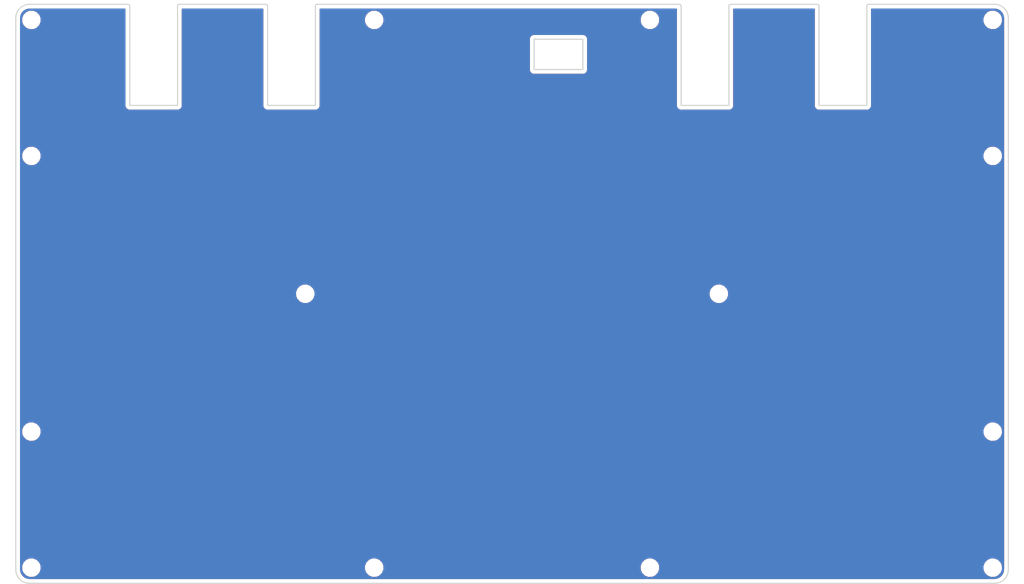
<source format=kicad_pcb>
(kicad_pcb (version 20171130) (host pcbnew 5.0.1-33cea8e~68~ubuntu18.04.1)

  (general
    (thickness 1.6)
    (drawings 36)
    (tracks 0)
    (zones 0)
    (modules 14)
    (nets 1)
  )

  (page A4)
  (layers
    (0 F.Cu signal)
    (31 B.Cu signal)
    (32 B.Adhes user)
    (33 F.Adhes user)
    (34 B.Paste user)
    (35 F.Paste user)
    (36 B.SilkS user)
    (37 F.SilkS user)
    (38 B.Mask user)
    (39 F.Mask user)
    (40 Dwgs.User user)
    (41 Cmts.User user)
    (42 Eco1.User user)
    (43 Eco2.User user)
    (44 Edge.Cuts user)
    (45 Margin user)
    (46 B.CrtYd user)
    (47 F.CrtYd user)
    (48 B.Fab user)
    (49 F.Fab user)
  )

  (setup
    (last_trace_width 0.25)
    (trace_clearance 0.2)
    (zone_clearance 0.508)
    (zone_45_only no)
    (trace_min 0.2)
    (segment_width 0.2)
    (edge_width 0.15)
    (via_size 0.8)
    (via_drill 0.4)
    (via_min_size 0.4)
    (via_min_drill 0.3)
    (uvia_size 0.3)
    (uvia_drill 0.1)
    (uvias_allowed no)
    (uvia_min_size 0.2)
    (uvia_min_drill 0.1)
    (pcb_text_width 0.3)
    (pcb_text_size 1.5 1.5)
    (mod_edge_width 0.15)
    (mod_text_size 1 1)
    (mod_text_width 0.15)
    (pad_size 1.9 1.9)
    (pad_drill 1.524)
    (pad_to_mask_clearance 0.051)
    (solder_mask_min_width 0.25)
    (aux_axis_origin 54.61 34.29)
    (visible_elements FFFFFF7F)
    (pcbplotparams
      (layerselection 0x010fc_ffffffff)
      (usegerberextensions false)
      (usegerberattributes false)
      (usegerberadvancedattributes false)
      (creategerberjobfile false)
      (excludeedgelayer true)
      (linewidth 0.100000)
      (plotframeref false)
      (viasonmask false)
      (mode 1)
      (useauxorigin false)
      (hpglpennumber 1)
      (hpglpenspeed 20)
      (hpglpendiameter 15.000000)
      (psnegative false)
      (psa4output false)
      (plotreference true)
      (plotvalue true)
      (plotinvisibletext false)
      (padsonsilk false)
      (subtractmaskfromsilk false)
      (outputformat 1)
      (mirror false)
      (drillshape 1)
      (scaleselection 1)
      (outputdirectory ""))
  )

  (net 0 "")

  (net_class Default "This is the default net class."
    (clearance 0.2)
    (trace_width 0.25)
    (via_dia 0.8)
    (via_drill 0.4)
    (uvia_dia 0.3)
    (uvia_drill 0.1)
  )

  (module library:Screw_Hole (layer F.Cu) (tedit 5BCC9C99) (tstamp 5BD90479)
    (at 56.769 55.245)
    (fp_text reference "" (at 0 1.905) (layer F.SilkS)
      (effects (font (size 1 1) (thickness 0.15)))
    )
    (fp_text value Screw_Hole (at 0 -1.905) (layer F.Fab)
      (effects (font (size 1 1) (thickness 0.15)))
    )
    (pad "" np_thru_hole circle (at 0 0) (size 1.524 1.524) (drill 1.524) (layers *.Cu *.Mask))
  )

  (module library:Screw_Hole (layer F.Cu) (tedit 5BCC9C7A) (tstamp 5BD90479)
    (at 56.769 93.345)
    (fp_text reference "" (at 0 1.905) (layer F.SilkS)
      (effects (font (size 1 1) (thickness 0.15)))
    )
    (fp_text value Screw_Hole (at 0 -1.905) (layer F.Fab)
      (effects (font (size 1 1) (thickness 0.15)))
    )
    (pad "" np_thru_hole circle (at 0 0) (size 1.524 1.524) (drill 1.524) (layers *.Cu *.Mask))
  )

  (module library:Screw_Hole (layer F.Cu) (tedit 5BCC9C45) (tstamp 5BD90479)
    (at 189.611 93.345)
    (fp_text reference "" (at 0 1.905) (layer F.SilkS)
      (effects (font (size 1 1) (thickness 0.15)))
    )
    (fp_text value Screw_Hole (at 0 -1.905) (layer F.Fab)
      (effects (font (size 1 1) (thickness 0.15)))
    )
    (pad "" np_thru_hole circle (at 0 0) (size 1.524 1.524) (drill 1.524) (layers *.Cu *.Mask))
  )

  (module library:Screw_Hole (layer F.Cu) (tedit 5BCC9C17) (tstamp 5BD90479)
    (at 189.611 55.245)
    (fp_text reference "" (at 0 1.905) (layer F.SilkS)
      (effects (font (size 1 1) (thickness 0.15)))
    )
    (fp_text value Screw_Hole (at 0 -1.905) (layer F.Fab)
      (effects (font (size 1 1) (thickness 0.15)))
    )
    (pad "" np_thru_hole circle (at 0 0) (size 1.524 1.524) (drill 1.524) (layers *.Cu *.Mask))
  )

  (module library:Screw_Hole (layer F.Cu) (tedit 5BCC8FD3) (tstamp 5BD90479)
    (at 142.24 36.449)
    (fp_text reference "" (at 0 1.905) (layer F.SilkS)
      (effects (font (size 1 1) (thickness 0.15)))
    )
    (fp_text value Screw_Hole (at 0 -1.905) (layer F.Fab)
      (effects (font (size 1 1) (thickness 0.15)))
    )
    (pad "" np_thru_hole circle (at 0 0) (size 1.524 1.524) (drill 1.524) (layers *.Cu *.Mask))
  )

  (module library:Screw_Hole (layer F.Cu) (tedit 5BCC8F73) (tstamp 5BD90604)
    (at 104.14 36.449)
    (fp_text reference "" (at 0 1.905) (layer F.SilkS)
      (effects (font (size 1 1) (thickness 0.15)))
    )
    (fp_text value Screw_Hole (at 0 -1.905) (layer F.Fab)
      (effects (font (size 1 1) (thickness 0.15)))
    )
    (pad "" np_thru_hole circle (at 0 0) (size 1.524 1.524) (drill 1.524) (layers *.Cu *.Mask))
  )

  (module library:Screw_Hole (layer F.Cu) (tedit 5BCC8E8B) (tstamp 5BD0C073)
    (at 56.769 36.449)
    (fp_text reference "" (at 0 1.905) (layer F.SilkS)
      (effects (font (size 1 1) (thickness 0.15)))
    )
    (fp_text value Screw_Hole (at 0 -1.905) (layer F.Fab)
      (effects (font (size 1 1) (thickness 0.15)))
    )
    (pad "" np_thru_hole circle (at 0 0) (size 1.524 1.524) (drill 1.524) (layers *.Cu *.Mask))
  )

  (module library:Screw_Hole (layer F.Cu) (tedit 5BCC8E66) (tstamp 5BD0C0C9)
    (at 56.769 112.141)
    (fp_text reference "" (at 0 1.905) (layer F.SilkS)
      (effects (font (size 1 1) (thickness 0.15)))
    )
    (fp_text value Screw_Hole (at 0 -1.905) (layer F.Fab)
      (effects (font (size 1 1) (thickness 0.15)))
    )
    (pad "" np_thru_hole circle (at 0 0) (size 1.524 1.524) (drill 1.524) (layers *.Cu *.Mask))
  )

  (module library:Screw_Hole (layer F.Cu) (tedit 5BCC8DD2) (tstamp 5BD90479)
    (at 104.14 112.141)
    (fp_text reference "" (at 0 1.905) (layer F.SilkS)
      (effects (font (size 1 1) (thickness 0.15)))
    )
    (fp_text value Screw_Hole (at 0 -1.905) (layer F.Fab)
      (effects (font (size 1 1) (thickness 0.15)))
    )
    (pad "" np_thru_hole circle (at 0 0) (size 1.524 1.524) (drill 1.524) (layers *.Cu *.Mask))
  )

  (module library:Screw_Hole (layer F.Cu) (tedit 5BCC8D82) (tstamp 5BD0C167)
    (at 142.24 112.141)
    (fp_text reference "" (at 0 1.905) (layer F.SilkS)
      (effects (font (size 1 1) (thickness 0.15)))
    )
    (fp_text value Screw_Hole (at 0 -1.905) (layer F.Fab)
      (effects (font (size 1 1) (thickness 0.15)))
    )
    (pad "" np_thru_hole circle (at 0 0) (size 1.524 1.524) (drill 1.524) (layers *.Cu *.Mask))
  )

  (module library:Screw_Hole (layer F.Cu) (tedit 5BCC8886) (tstamp 5BD90479)
    (at 189.611 112.141)
    (fp_text reference "" (at 0 1.905) (layer F.SilkS)
      (effects (font (size 1 1) (thickness 0.15)))
    )
    (fp_text value Screw_Hole (at 0 -1.905) (layer F.Fab)
      (effects (font (size 1 1) (thickness 0.15)))
    )
    (pad "" np_thru_hole circle (at 0 0) (size 1.524 1.524) (drill 1.524) (layers *.Cu *.Mask))
  )

  (module library:Screw_Hole (layer F.Cu) (tedit 5BCC8890) (tstamp 5BD90479)
    (at 189.611 36.449)
    (fp_text reference "" (at 0 1.905) (layer F.SilkS)
      (effects (font (size 1 1) (thickness 0.15)))
    )
    (fp_text value Screw_Hole (at 0 -1.905) (layer F.Fab)
      (effects (font (size 1 1) (thickness 0.15)))
    )
    (pad "" np_thru_hole circle (at 0 0) (size 1.524 1.524) (drill 1.524) (layers *.Cu *.Mask))
  )

  (module library:Screw_Hole (layer F.Cu) (tedit 5BCC8836) (tstamp 5BD90479)
    (at 94.615 74.295)
    (fp_text reference "" (at 0 1.905) (layer F.SilkS)
      (effects (font (size 1 1) (thickness 0.15)))
    )
    (fp_text value Screw_Hole (at 0 -1.905) (layer F.Fab)
      (effects (font (size 1 1) (thickness 0.15)))
    )
    (pad "" np_thru_hole circle (at 0 0) (size 1.524 1.524) (drill 1.524) (layers *.Cu *.Mask))
  )

  (module library:Screw_Hole (layer F.Cu) (tedit 5BCC8847) (tstamp 5BD9046F)
    (at 151.765 74.295)
    (fp_text reference "" (at 0 1.905) (layer F.SilkS)
      (effects (font (size 1 1) (thickness 0.15)))
    )
    (fp_text value Screw_Hole (at 0 -1.905) (layer F.Fab)
      (effects (font (size 1 1) (thickness 0.15)))
    )
    (pad "" np_thru_hole circle (at 0 0) (size 1.524 1.524) (drill 1.524) (layers *.Cu *.Mask))
  )

  (gr_line (start 126.238 43.307) (end 126.238 39.116) (layer Edge.Cuts) (width 0.15))
  (gr_line (start 132.969 43.307) (end 126.238 43.307) (layer Edge.Cuts) (width 0.15))
  (gr_line (start 132.969 39.116) (end 132.969 43.307) (layer Edge.Cuts) (width 0.15))
  (gr_line (start 126.238 39.116) (end 132.969 39.116) (layer Edge.Cuts) (width 0.15))
  (gr_arc (start 146.304 34.544) (end 146.558 34.544) (angle -90) (layer Edge.Cuts) (width 0.15))
  (gr_arc (start 153.416 34.544) (end 153.416 34.29) (angle -90) (layer Edge.Cuts) (width 0.15))
  (gr_line (start 146.558 48.26) (end 153.162 48.26) (layer Edge.Cuts) (width 0.15) (tstamp 5BD3443B))
  (gr_line (start 153.162 34.544) (end 153.162 48.26) (layer Edge.Cuts) (width 0.15))
  (gr_line (start 146.558 34.544) (end 146.558 48.26) (layer Edge.Cuts) (width 0.15) (tstamp 5BD3422D))
  (gr_line (start 153.416 34.29) (end 165.354 34.29) (layer Edge.Cuts) (width 0.15) (tstamp 5BD3420C))
  (gr_arc (start 165.354 34.544) (end 165.608 34.544) (angle -90) (layer Edge.Cuts) (width 0.15))
  (gr_arc (start 172.466 34.544) (end 172.466 34.29) (angle -90) (layer Edge.Cuts) (width 0.15))
  (gr_line (start 165.608 48.26) (end 172.212 48.26) (layer Edge.Cuts) (width 0.15) (tstamp 5BD3418E))
  (gr_line (start 172.212 34.544) (end 172.212 48.26) (layer Edge.Cuts) (width 0.15) (tstamp 5BD34170))
  (gr_line (start 165.608 34.544) (end 165.608 48.26) (layer Edge.Cuts) (width 0.15) (tstamp 5BD3413A))
  (gr_line (start 172.466 34.29) (end 189.865 34.29) (layer Edge.Cuts) (width 0.15) (tstamp 5BD34130))
  (gr_arc (start 89.154 34.544) (end 89.408 34.544) (angle -90) (layer Edge.Cuts) (width 0.15))
  (gr_arc (start 96.266 34.544) (end 96.266 34.29) (angle -90) (layer Edge.Cuts) (width 0.15))
  (gr_line (start 96.012 48.26) (end 89.408 48.26) (layer Edge.Cuts) (width 0.15))
  (gr_line (start 96.012 34.544) (end 96.012 48.26) (layer Edge.Cuts) (width 0.15))
  (gr_line (start 96.266 34.29) (end 146.304 34.29) (layer Edge.Cuts) (width 0.15) (tstamp 5BD33FDF))
  (gr_line (start 89.408 34.544) (end 89.408 48.26) (layer Edge.Cuts) (width 0.15) (tstamp 5BD33FD4))
  (gr_arc (start 77.216 34.544) (end 77.216 34.29) (angle -90) (layer Edge.Cuts) (width 0.15))
  (gr_arc (start 70.104 34.544) (end 70.358 34.544) (angle -90) (layer Edge.Cuts) (width 0.15))
  (gr_line (start 70.358 34.544) (end 70.358 48.26) (layer Edge.Cuts) (width 0.15) (tstamp 5BD33AB1))
  (gr_line (start 76.962 34.544) (end 76.962 48.26) (layer Edge.Cuts) (width 0.15) (tstamp 5BD33B2A))
  (gr_line (start 70.358 48.26) (end 76.962 48.26) (layer Edge.Cuts) (width 0.15) (tstamp 5BD33B27))
  (gr_line (start 77.216 34.29) (end 89.154 34.29) (layer Edge.Cuts) (width 0.15) (tstamp 5BD33B23))
  (gr_arc (start 56.515 112.395) (end 54.61 112.395) (angle -90) (layer Edge.Cuts) (width 0.15))
  (gr_arc (start 189.865 112.395) (end 189.865 114.3) (angle -90) (layer Edge.Cuts) (width 0.15))
  (gr_arc (start 189.865 36.195) (end 191.77 36.195) (angle -90) (layer Edge.Cuts) (width 0.15))
  (gr_arc (start 56.515 36.195) (end 56.515 34.29) (angle -90) (layer Edge.Cuts) (width 0.15))
  (gr_line (start 189.865 114.3) (end 56.515 114.3) (layer Edge.Cuts) (width 0.15))
  (gr_line (start 54.61 36.195) (end 54.61 112.395) (layer Edge.Cuts) (width 0.15))
  (gr_line (start 191.77 36.195) (end 191.77 112.395) (layer Edge.Cuts) (width 0.15))
  (gr_line (start 56.515 34.29) (end 70.104 34.29) (layer Edge.Cuts) (width 0.15))

  (zone (net 0) (net_name "") (layer B.Cu) (tstamp 0) (hatch edge 0.508)
    (connect_pads (clearance 0.508))
    (min_thickness 0.254)
    (fill yes (arc_segments 16) (thermal_gap 0.508) (thermal_bridge_width 0.508))
    (polygon
      (pts
        (xy 70.358 34.29) (xy 70.358 48.26) (xy 76.962 48.26) (xy 76.962 34.29) (xy 89.408 34.29)
        (xy 89.408 48.26) (xy 96.012 48.26) (xy 96.012 34.29) (xy 146.558 34.29) (xy 146.558 48.26)
        (xy 153.162 48.26) (xy 153.162 34.29) (xy 165.608 34.29) (xy 165.608 48.26) (xy 172.212 48.26)
        (xy 172.212 34.29) (xy 191.135 34.29) (xy 191.77 34.925) (xy 191.77 113.665) (xy 191.135 114.3)
        (xy 55.245 114.3) (xy 54.61 113.665) (xy 54.61 34.925) (xy 55.245 34.29)
      )
    )
    (filled_polygon
      (pts
        (xy 69.648001 48.190069) (xy 69.634091 48.26) (xy 69.689195 48.537028) (xy 69.846119 48.771881) (xy 70.080972 48.928805)
        (xy 70.288074 48.97) (xy 70.288075 48.97) (xy 70.358 48.983909) (xy 70.427926 48.97) (xy 76.892075 48.97)
        (xy 76.962 48.983909) (xy 77.239028 48.928805) (xy 77.473881 48.771881) (xy 77.630805 48.537028) (xy 77.672 48.329926)
        (xy 77.685909 48.26) (xy 77.672 48.190074) (xy 77.672 35) (xy 88.698 35) (xy 88.698001 48.190069)
        (xy 88.684091 48.26) (xy 88.739195 48.537028) (xy 88.896119 48.771881) (xy 89.130972 48.928805) (xy 89.338074 48.97)
        (xy 89.338075 48.97) (xy 89.408 48.983909) (xy 89.477926 48.97) (xy 95.942075 48.97) (xy 96.012 48.983909)
        (xy 96.289028 48.928805) (xy 96.523881 48.771881) (xy 96.680805 48.537028) (xy 96.722 48.329926) (xy 96.735909 48.26)
        (xy 96.722 48.190074) (xy 96.722 39.116) (xy 125.514091 39.116) (xy 125.528001 39.185931) (xy 125.528 43.237074)
        (xy 125.514091 43.307) (xy 125.569195 43.584028) (xy 125.726119 43.818881) (xy 125.960972 43.975805) (xy 126.238 44.030909)
        (xy 126.307925 44.017) (xy 132.899075 44.017) (xy 132.969 44.030909) (xy 133.246028 43.975805) (xy 133.480881 43.818881)
        (xy 133.637805 43.584028) (xy 133.679 43.376926) (xy 133.679 43.376925) (xy 133.692909 43.307) (xy 133.679 43.237074)
        (xy 133.679 39.185926) (xy 133.692909 39.116) (xy 133.637805 38.838972) (xy 133.480881 38.604119) (xy 133.246028 38.447195)
        (xy 133.038926 38.406) (xy 133.038925 38.406) (xy 132.969 38.392091) (xy 132.899074 38.406) (xy 126.307926 38.406)
        (xy 126.238 38.392091) (xy 126.168075 38.406) (xy 126.168074 38.406) (xy 125.960972 38.447195) (xy 125.726119 38.604119)
        (xy 125.569195 38.838972) (xy 125.514091 39.116) (xy 96.722 39.116) (xy 96.722 36.241302) (xy 102.730856 36.241302)
        (xy 102.743 36.483931) (xy 102.743 36.726881) (xy 102.756831 36.760273) (xy 102.758638 36.796368) (xy 102.917603 37.180143)
        (xy 102.932519 37.184421) (xy 102.95568 37.240337) (xy 103.348663 37.63332) (xy 103.404579 37.656481) (xy 103.408857 37.671397)
        (xy 103.637655 37.753024) (xy 103.862119 37.846) (xy 103.898263 37.846) (xy 103.932302 37.858144) (xy 104.174931 37.846)
        (xy 104.417881 37.846) (xy 104.451273 37.832169) (xy 104.487368 37.830362) (xy 104.871143 37.671397) (xy 104.875421 37.656481)
        (xy 104.931337 37.63332) (xy 105.32432 37.240337) (xy 105.347481 37.184421) (xy 105.362397 37.180143) (xy 105.444024 36.951345)
        (xy 105.537 36.726881) (xy 105.537 36.690737) (xy 105.549144 36.656698) (xy 105.537 36.414069) (xy 105.537 36.241302)
        (xy 140.830856 36.241302) (xy 140.843 36.483931) (xy 140.843 36.726881) (xy 140.856831 36.760273) (xy 140.858638 36.796368)
        (xy 141.017603 37.180143) (xy 141.032519 37.184421) (xy 141.05568 37.240337) (xy 141.448663 37.63332) (xy 141.504579 37.656481)
        (xy 141.508857 37.671397) (xy 141.737655 37.753024) (xy 141.962119 37.846) (xy 141.998263 37.846) (xy 142.032302 37.858144)
        (xy 142.274931 37.846) (xy 142.517881 37.846) (xy 142.551273 37.832169) (xy 142.587368 37.830362) (xy 142.971143 37.671397)
        (xy 142.975421 37.656481) (xy 143.031337 37.63332) (xy 143.42432 37.240337) (xy 143.447481 37.184421) (xy 143.462397 37.180143)
        (xy 143.544024 36.951345) (xy 143.637 36.726881) (xy 143.637 36.690737) (xy 143.649144 36.656698) (xy 143.637 36.414069)
        (xy 143.637 36.171119) (xy 143.623169 36.137727) (xy 143.621362 36.101632) (xy 143.462397 35.717857) (xy 143.447481 35.713579)
        (xy 143.42432 35.657663) (xy 143.031337 35.26468) (xy 142.975421 35.241519) (xy 142.971143 35.226603) (xy 142.742345 35.144976)
        (xy 142.517881 35.052) (xy 142.481737 35.052) (xy 142.447698 35.039856) (xy 142.205069 35.052) (xy 141.962119 35.052)
        (xy 141.928727 35.065831) (xy 141.892632 35.067638) (xy 141.508857 35.226603) (xy 141.504579 35.241519) (xy 141.448663 35.26468)
        (xy 141.05568 35.657663) (xy 141.032519 35.713579) (xy 141.017603 35.717857) (xy 140.935976 35.946655) (xy 140.843 36.171119)
        (xy 140.843 36.207263) (xy 140.830856 36.241302) (xy 105.537 36.241302) (xy 105.537 36.171119) (xy 105.523169 36.137727)
        (xy 105.521362 36.101632) (xy 105.362397 35.717857) (xy 105.347481 35.713579) (xy 105.32432 35.657663) (xy 104.931337 35.26468)
        (xy 104.875421 35.241519) (xy 104.871143 35.226603) (xy 104.642345 35.144976) (xy 104.417881 35.052) (xy 104.381737 35.052)
        (xy 104.347698 35.039856) (xy 104.105069 35.052) (xy 103.862119 35.052) (xy 103.828727 35.065831) (xy 103.792632 35.067638)
        (xy 103.408857 35.226603) (xy 103.404579 35.241519) (xy 103.348663 35.26468) (xy 102.95568 35.657663) (xy 102.932519 35.713579)
        (xy 102.917603 35.717857) (xy 102.835976 35.946655) (xy 102.743 36.171119) (xy 102.743 36.207263) (xy 102.730856 36.241302)
        (xy 96.722 36.241302) (xy 96.722 35) (xy 145.848 35) (xy 145.848001 48.190069) (xy 145.834091 48.26)
        (xy 145.889195 48.537028) (xy 146.046119 48.771881) (xy 146.280972 48.928805) (xy 146.488074 48.97) (xy 146.488075 48.97)
        (xy 146.558 48.983909) (xy 146.627926 48.97) (xy 153.092075 48.97) (xy 153.162 48.983909) (xy 153.439028 48.928805)
        (xy 153.673881 48.771881) (xy 153.830805 48.537028) (xy 153.872 48.329926) (xy 153.885909 48.26) (xy 153.872 48.190074)
        (xy 153.872 35) (xy 164.898 35) (xy 164.898001 48.190069) (xy 164.884091 48.26) (xy 164.939195 48.537028)
        (xy 165.096119 48.771881) (xy 165.330972 48.928805) (xy 165.538074 48.97) (xy 165.538075 48.97) (xy 165.608 48.983909)
        (xy 165.677926 48.97) (xy 172.142075 48.97) (xy 172.212 48.983909) (xy 172.489028 48.928805) (xy 172.723881 48.771881)
        (xy 172.880805 48.537028) (xy 172.922 48.329926) (xy 172.935909 48.26) (xy 172.922 48.190074) (xy 172.922 36.241302)
        (xy 188.201856 36.241302) (xy 188.214 36.483931) (xy 188.214 36.726881) (xy 188.227831 36.760273) (xy 188.229638 36.796368)
        (xy 188.388603 37.180143) (xy 188.403519 37.184421) (xy 188.42668 37.240337) (xy 188.819663 37.63332) (xy 188.875579 37.656481)
        (xy 188.879857 37.671397) (xy 189.108655 37.753024) (xy 189.333119 37.846) (xy 189.369263 37.846) (xy 189.403302 37.858144)
        (xy 189.645931 37.846) (xy 189.888881 37.846) (xy 189.922273 37.832169) (xy 189.958368 37.830362) (xy 190.342143 37.671397)
        (xy 190.346421 37.656481) (xy 190.402337 37.63332) (xy 190.79532 37.240337) (xy 190.818481 37.184421) (xy 190.833397 37.180143)
        (xy 190.915024 36.951345) (xy 191.008 36.726881) (xy 191.008 36.690737) (xy 191.020144 36.656698) (xy 191.008 36.414069)
        (xy 191.008 36.171119) (xy 190.994169 36.137727) (xy 190.992362 36.101632) (xy 190.833397 35.717857) (xy 190.818481 35.713579)
        (xy 190.79532 35.657663) (xy 190.402337 35.26468) (xy 190.346421 35.241519) (xy 190.342143 35.226603) (xy 190.113345 35.144976)
        (xy 189.888881 35.052) (xy 189.852737 35.052) (xy 189.818698 35.039856) (xy 189.576069 35.052) (xy 189.333119 35.052)
        (xy 189.299727 35.065831) (xy 189.263632 35.067638) (xy 188.879857 35.226603) (xy 188.875579 35.241519) (xy 188.819663 35.26468)
        (xy 188.42668 35.657663) (xy 188.403519 35.713579) (xy 188.388603 35.717857) (xy 188.306976 35.946655) (xy 188.214 36.171119)
        (xy 188.214 36.207263) (xy 188.201856 36.241302) (xy 172.922 36.241302) (xy 172.922 35) (xy 189.81442 35)
        (xy 190.198364 35.054985) (xy 190.504928 35.194372) (xy 190.76005 35.414199) (xy 190.943218 35.696792) (xy 191.046743 36.042959)
        (xy 191.06 36.22135) (xy 191.060001 112.344413) (xy 191.005015 112.728364) (xy 190.865628 113.034928) (xy 190.645804 113.290047)
        (xy 190.363207 113.473218) (xy 190.017043 113.576743) (xy 189.838649 113.59) (xy 56.56558 113.59) (xy 56.181636 113.535015)
        (xy 55.875072 113.395628) (xy 55.619953 113.175804) (xy 55.436782 112.893207) (xy 55.333257 112.547043) (xy 55.32 112.368649)
        (xy 55.32 111.933302) (xy 55.359856 111.933302) (xy 55.372 112.175931) (xy 55.372 112.418881) (xy 55.385831 112.452273)
        (xy 55.387638 112.488368) (xy 55.546603 112.872143) (xy 55.561519 112.876421) (xy 55.58468 112.932337) (xy 55.977663 113.32532)
        (xy 56.033579 113.348481) (xy 56.037857 113.363397) (xy 56.266655 113.445024) (xy 56.491119 113.538) (xy 56.527263 113.538)
        (xy 56.561302 113.550144) (xy 56.803931 113.538) (xy 57.046881 113.538) (xy 57.080273 113.524169) (xy 57.116368 113.522362)
        (xy 57.500143 113.363397) (xy 57.504421 113.348481) (xy 57.560337 113.32532) (xy 57.95332 112.932337) (xy 57.976481 112.876421)
        (xy 57.991397 112.872143) (xy 58.073024 112.643345) (xy 58.166 112.418881) (xy 58.166 112.382737) (xy 58.178144 112.348698)
        (xy 58.166 112.106069) (xy 58.166 111.933302) (xy 102.730856 111.933302) (xy 102.743 112.175931) (xy 102.743 112.418881)
        (xy 102.756831 112.452273) (xy 102.758638 112.488368) (xy 102.917603 112.872143) (xy 102.932519 112.876421) (xy 102.95568 112.932337)
        (xy 103.348663 113.32532) (xy 103.404579 113.348481) (xy 103.408857 113.363397) (xy 103.637655 113.445024) (xy 103.862119 113.538)
        (xy 103.898263 113.538) (xy 103.932302 113.550144) (xy 104.174931 113.538) (xy 104.417881 113.538) (xy 104.451273 113.524169)
        (xy 104.487368 113.522362) (xy 104.871143 113.363397) (xy 104.875421 113.348481) (xy 104.931337 113.32532) (xy 105.32432 112.932337)
        (xy 105.347481 112.876421) (xy 105.362397 112.872143) (xy 105.444024 112.643345) (xy 105.537 112.418881) (xy 105.537 112.382737)
        (xy 105.549144 112.348698) (xy 105.537 112.106069) (xy 105.537 111.933302) (xy 140.830856 111.933302) (xy 140.843 112.175931)
        (xy 140.843 112.418881) (xy 140.856831 112.452273) (xy 140.858638 112.488368) (xy 141.017603 112.872143) (xy 141.032519 112.876421)
        (xy 141.05568 112.932337) (xy 141.448663 113.32532) (xy 141.504579 113.348481) (xy 141.508857 113.363397) (xy 141.737655 113.445024)
        (xy 141.962119 113.538) (xy 141.998263 113.538) (xy 142.032302 113.550144) (xy 142.274931 113.538) (xy 142.517881 113.538)
        (xy 142.551273 113.524169) (xy 142.587368 113.522362) (xy 142.971143 113.363397) (xy 142.975421 113.348481) (xy 143.031337 113.32532)
        (xy 143.42432 112.932337) (xy 143.447481 112.876421) (xy 143.462397 112.872143) (xy 143.544024 112.643345) (xy 143.637 112.418881)
        (xy 143.637 112.382737) (xy 143.649144 112.348698) (xy 143.637 112.106069) (xy 143.637 111.933302) (xy 188.201856 111.933302)
        (xy 188.214 112.175931) (xy 188.214 112.418881) (xy 188.227831 112.452273) (xy 188.229638 112.488368) (xy 188.388603 112.872143)
        (xy 188.403519 112.876421) (xy 188.42668 112.932337) (xy 188.819663 113.32532) (xy 188.875579 113.348481) (xy 188.879857 113.363397)
        (xy 189.108655 113.445024) (xy 189.333119 113.538) (xy 189.369263 113.538) (xy 189.403302 113.550144) (xy 189.645931 113.538)
        (xy 189.888881 113.538) (xy 189.922273 113.524169) (xy 189.958368 113.522362) (xy 190.342143 113.363397) (xy 190.346421 113.348481)
        (xy 190.402337 113.32532) (xy 190.79532 112.932337) (xy 190.818481 112.876421) (xy 190.833397 112.872143) (xy 190.915024 112.643345)
        (xy 191.008 112.418881) (xy 191.008 112.382737) (xy 191.020144 112.348698) (xy 191.008 112.106069) (xy 191.008 111.863119)
        (xy 190.994169 111.829727) (xy 190.992362 111.793632) (xy 190.833397 111.409857) (xy 190.818481 111.405579) (xy 190.79532 111.349663)
        (xy 190.402337 110.95668) (xy 190.346421 110.933519) (xy 190.342143 110.918603) (xy 190.113345 110.836976) (xy 189.888881 110.744)
        (xy 189.852737 110.744) (xy 189.818698 110.731856) (xy 189.576069 110.744) (xy 189.333119 110.744) (xy 189.299727 110.757831)
        (xy 189.263632 110.759638) (xy 188.879857 110.918603) (xy 188.875579 110.933519) (xy 188.819663 110.95668) (xy 188.42668 111.349663)
        (xy 188.403519 111.405579) (xy 188.388603 111.409857) (xy 188.306976 111.638655) (xy 188.214 111.863119) (xy 188.214 111.899263)
        (xy 188.201856 111.933302) (xy 143.637 111.933302) (xy 143.637 111.863119) (xy 143.623169 111.829727) (xy 143.621362 111.793632)
        (xy 143.462397 111.409857) (xy 143.447481 111.405579) (xy 143.42432 111.349663) (xy 143.031337 110.95668) (xy 142.975421 110.933519)
        (xy 142.971143 110.918603) (xy 142.742345 110.836976) (xy 142.517881 110.744) (xy 142.481737 110.744) (xy 142.447698 110.731856)
        (xy 142.205069 110.744) (xy 141.962119 110.744) (xy 141.928727 110.757831) (xy 141.892632 110.759638) (xy 141.508857 110.918603)
        (xy 141.504579 110.933519) (xy 141.448663 110.95668) (xy 141.05568 111.349663) (xy 141.032519 111.405579) (xy 141.017603 111.409857)
        (xy 140.935976 111.638655) (xy 140.843 111.863119) (xy 140.843 111.899263) (xy 140.830856 111.933302) (xy 105.537 111.933302)
        (xy 105.537 111.863119) (xy 105.523169 111.829727) (xy 105.521362 111.793632) (xy 105.362397 111.409857) (xy 105.347481 111.405579)
        (xy 105.32432 111.349663) (xy 104.931337 110.95668) (xy 104.875421 110.933519) (xy 104.871143 110.918603) (xy 104.642345 110.836976)
        (xy 104.417881 110.744) (xy 104.381737 110.744) (xy 104.347698 110.731856) (xy 104.105069 110.744) (xy 103.862119 110.744)
        (xy 103.828727 110.757831) (xy 103.792632 110.759638) (xy 103.408857 110.918603) (xy 103.404579 110.933519) (xy 103.348663 110.95668)
        (xy 102.95568 111.349663) (xy 102.932519 111.405579) (xy 102.917603 111.409857) (xy 102.835976 111.638655) (xy 102.743 111.863119)
        (xy 102.743 111.899263) (xy 102.730856 111.933302) (xy 58.166 111.933302) (xy 58.166 111.863119) (xy 58.152169 111.829727)
        (xy 58.150362 111.793632) (xy 57.991397 111.409857) (xy 57.976481 111.405579) (xy 57.95332 111.349663) (xy 57.560337 110.95668)
        (xy 57.504421 110.933519) (xy 57.500143 110.918603) (xy 57.271345 110.836976) (xy 57.046881 110.744) (xy 57.010737 110.744)
        (xy 56.976698 110.731856) (xy 56.734069 110.744) (xy 56.491119 110.744) (xy 56.457727 110.757831) (xy 56.421632 110.759638)
        (xy 56.037857 110.918603) (xy 56.033579 110.933519) (xy 55.977663 110.95668) (xy 55.58468 111.349663) (xy 55.561519 111.405579)
        (xy 55.546603 111.409857) (xy 55.464976 111.638655) (xy 55.372 111.863119) (xy 55.372 111.899263) (xy 55.359856 111.933302)
        (xy 55.32 111.933302) (xy 55.32 93.137302) (xy 55.359856 93.137302) (xy 55.372 93.379931) (xy 55.372 93.622881)
        (xy 55.385831 93.656273) (xy 55.387638 93.692368) (xy 55.546603 94.076143) (xy 55.561519 94.080421) (xy 55.58468 94.136337)
        (xy 55.977663 94.52932) (xy 56.033579 94.552481) (xy 56.037857 94.567397) (xy 56.266655 94.649024) (xy 56.491119 94.742)
        (xy 56.527263 94.742) (xy 56.561302 94.754144) (xy 56.803931 94.742) (xy 57.046881 94.742) (xy 57.080273 94.728169)
        (xy 57.116368 94.726362) (xy 57.500143 94.567397) (xy 57.504421 94.552481) (xy 57.560337 94.52932) (xy 57.95332 94.136337)
        (xy 57.976481 94.080421) (xy 57.991397 94.076143) (xy 58.073024 93.847345) (xy 58.166 93.622881) (xy 58.166 93.586737)
        (xy 58.178144 93.552698) (xy 58.166 93.310069) (xy 58.166 93.137302) (xy 188.201856 93.137302) (xy 188.214 93.379931)
        (xy 188.214 93.622881) (xy 188.227831 93.656273) (xy 188.229638 93.692368) (xy 188.388603 94.076143) (xy 188.403519 94.080421)
        (xy 188.42668 94.136337) (xy 188.819663 94.52932) (xy 188.875579 94.552481) (xy 188.879857 94.567397) (xy 189.108655 94.649024)
        (xy 189.333119 94.742) (xy 189.369263 94.742) (xy 189.403302 94.754144) (xy 189.645931 94.742) (xy 189.888881 94.742)
        (xy 189.922273 94.728169) (xy 189.958368 94.726362) (xy 190.342143 94.567397) (xy 190.346421 94.552481) (xy 190.402337 94.52932)
        (xy 190.79532 94.136337) (xy 190.818481 94.080421) (xy 190.833397 94.076143) (xy 190.915024 93.847345) (xy 191.008 93.622881)
        (xy 191.008 93.586737) (xy 191.020144 93.552698) (xy 191.008 93.310069) (xy 191.008 93.067119) (xy 190.994169 93.033727)
        (xy 190.992362 92.997632) (xy 190.833397 92.613857) (xy 190.818481 92.609579) (xy 190.79532 92.553663) (xy 190.402337 92.16068)
        (xy 190.346421 92.137519) (xy 190.342143 92.122603) (xy 190.113345 92.040976) (xy 189.888881 91.948) (xy 189.852737 91.948)
        (xy 189.818698 91.935856) (xy 189.576069 91.948) (xy 189.333119 91.948) (xy 189.299727 91.961831) (xy 189.263632 91.963638)
        (xy 188.879857 92.122603) (xy 188.875579 92.137519) (xy 188.819663 92.16068) (xy 188.42668 92.553663) (xy 188.403519 92.609579)
        (xy 188.388603 92.613857) (xy 188.306976 92.842655) (xy 188.214 93.067119) (xy 188.214 93.103263) (xy 188.201856 93.137302)
        (xy 58.166 93.137302) (xy 58.166 93.067119) (xy 58.152169 93.033727) (xy 58.150362 92.997632) (xy 57.991397 92.613857)
        (xy 57.976481 92.609579) (xy 57.95332 92.553663) (xy 57.560337 92.16068) (xy 57.504421 92.137519) (xy 57.500143 92.122603)
        (xy 57.271345 92.040976) (xy 57.046881 91.948) (xy 57.010737 91.948) (xy 56.976698 91.935856) (xy 56.734069 91.948)
        (xy 56.491119 91.948) (xy 56.457727 91.961831) (xy 56.421632 91.963638) (xy 56.037857 92.122603) (xy 56.033579 92.137519)
        (xy 55.977663 92.16068) (xy 55.58468 92.553663) (xy 55.561519 92.609579) (xy 55.546603 92.613857) (xy 55.464976 92.842655)
        (xy 55.372 93.067119) (xy 55.372 93.103263) (xy 55.359856 93.137302) (xy 55.32 93.137302) (xy 55.32 74.087302)
        (xy 93.205856 74.087302) (xy 93.218 74.329931) (xy 93.218 74.572881) (xy 93.231831 74.606273) (xy 93.233638 74.642368)
        (xy 93.392603 75.026143) (xy 93.407519 75.030421) (xy 93.43068 75.086337) (xy 93.823663 75.47932) (xy 93.879579 75.502481)
        (xy 93.883857 75.517397) (xy 94.112655 75.599024) (xy 94.337119 75.692) (xy 94.373263 75.692) (xy 94.407302 75.704144)
        (xy 94.649931 75.692) (xy 94.892881 75.692) (xy 94.926273 75.678169) (xy 94.962368 75.676362) (xy 95.346143 75.517397)
        (xy 95.350421 75.502481) (xy 95.406337 75.47932) (xy 95.79932 75.086337) (xy 95.822481 75.030421) (xy 95.837397 75.026143)
        (xy 95.919024 74.797345) (xy 96.012 74.572881) (xy 96.012 74.536737) (xy 96.024144 74.502698) (xy 96.012 74.260069)
        (xy 96.012 74.087302) (xy 150.355856 74.087302) (xy 150.368 74.329931) (xy 150.368 74.572881) (xy 150.381831 74.606273)
        (xy 150.383638 74.642368) (xy 150.542603 75.026143) (xy 150.557519 75.030421) (xy 150.58068 75.086337) (xy 150.973663 75.47932)
        (xy 151.029579 75.502481) (xy 151.033857 75.517397) (xy 151.262655 75.599024) (xy 151.487119 75.692) (xy 151.523263 75.692)
        (xy 151.557302 75.704144) (xy 151.799931 75.692) (xy 152.042881 75.692) (xy 152.076273 75.678169) (xy 152.112368 75.676362)
        (xy 152.496143 75.517397) (xy 152.500421 75.502481) (xy 152.556337 75.47932) (xy 152.94932 75.086337) (xy 152.972481 75.030421)
        (xy 152.987397 75.026143) (xy 153.069024 74.797345) (xy 153.162 74.572881) (xy 153.162 74.536737) (xy 153.174144 74.502698)
        (xy 153.162 74.260069) (xy 153.162 74.017119) (xy 153.148169 73.983727) (xy 153.146362 73.947632) (xy 152.987397 73.563857)
        (xy 152.972481 73.559579) (xy 152.94932 73.503663) (xy 152.556337 73.11068) (xy 152.500421 73.087519) (xy 152.496143 73.072603)
        (xy 152.267345 72.990976) (xy 152.042881 72.898) (xy 152.006737 72.898) (xy 151.972698 72.885856) (xy 151.730069 72.898)
        (xy 151.487119 72.898) (xy 151.453727 72.911831) (xy 151.417632 72.913638) (xy 151.033857 73.072603) (xy 151.029579 73.087519)
        (xy 150.973663 73.11068) (xy 150.58068 73.503663) (xy 150.557519 73.559579) (xy 150.542603 73.563857) (xy 150.460976 73.792655)
        (xy 150.368 74.017119) (xy 150.368 74.053263) (xy 150.355856 74.087302) (xy 96.012 74.087302) (xy 96.012 74.017119)
        (xy 95.998169 73.983727) (xy 95.996362 73.947632) (xy 95.837397 73.563857) (xy 95.822481 73.559579) (xy 95.79932 73.503663)
        (xy 95.406337 73.11068) (xy 95.350421 73.087519) (xy 95.346143 73.072603) (xy 95.117345 72.990976) (xy 94.892881 72.898)
        (xy 94.856737 72.898) (xy 94.822698 72.885856) (xy 94.580069 72.898) (xy 94.337119 72.898) (xy 94.303727 72.911831)
        (xy 94.267632 72.913638) (xy 93.883857 73.072603) (xy 93.879579 73.087519) (xy 93.823663 73.11068) (xy 93.43068 73.503663)
        (xy 93.407519 73.559579) (xy 93.392603 73.563857) (xy 93.310976 73.792655) (xy 93.218 74.017119) (xy 93.218 74.053263)
        (xy 93.205856 74.087302) (xy 55.32 74.087302) (xy 55.32 55.037302) (xy 55.359856 55.037302) (xy 55.372 55.279931)
        (xy 55.372 55.522881) (xy 55.385831 55.556273) (xy 55.387638 55.592368) (xy 55.546603 55.976143) (xy 55.561519 55.980421)
        (xy 55.58468 56.036337) (xy 55.977663 56.42932) (xy 56.033579 56.452481) (xy 56.037857 56.467397) (xy 56.266655 56.549024)
        (xy 56.491119 56.642) (xy 56.527263 56.642) (xy 56.561302 56.654144) (xy 56.803931 56.642) (xy 57.046881 56.642)
        (xy 57.080273 56.628169) (xy 57.116368 56.626362) (xy 57.500143 56.467397) (xy 57.504421 56.452481) (xy 57.560337 56.42932)
        (xy 57.95332 56.036337) (xy 57.976481 55.980421) (xy 57.991397 55.976143) (xy 58.073024 55.747345) (xy 58.166 55.522881)
        (xy 58.166 55.486737) (xy 58.178144 55.452698) (xy 58.166 55.210069) (xy 58.166 55.037302) (xy 188.201856 55.037302)
        (xy 188.214 55.279931) (xy 188.214 55.522881) (xy 188.227831 55.556273) (xy 188.229638 55.592368) (xy 188.388603 55.976143)
        (xy 188.403519 55.980421) (xy 188.42668 56.036337) (xy 188.819663 56.42932) (xy 188.875579 56.452481) (xy 188.879857 56.467397)
        (xy 189.108655 56.549024) (xy 189.333119 56.642) (xy 189.369263 56.642) (xy 189.403302 56.654144) (xy 189.645931 56.642)
        (xy 189.888881 56.642) (xy 189.922273 56.628169) (xy 189.958368 56.626362) (xy 190.342143 56.467397) (xy 190.346421 56.452481)
        (xy 190.402337 56.42932) (xy 190.79532 56.036337) (xy 190.818481 55.980421) (xy 190.833397 55.976143) (xy 190.915024 55.747345)
        (xy 191.008 55.522881) (xy 191.008 55.486737) (xy 191.020144 55.452698) (xy 191.008 55.210069) (xy 191.008 54.967119)
        (xy 190.994169 54.933727) (xy 190.992362 54.897632) (xy 190.833397 54.513857) (xy 190.818481 54.509579) (xy 190.79532 54.453663)
        (xy 190.402337 54.06068) (xy 190.346421 54.037519) (xy 190.342143 54.022603) (xy 190.113345 53.940976) (xy 189.888881 53.848)
        (xy 189.852737 53.848) (xy 189.818698 53.835856) (xy 189.576069 53.848) (xy 189.333119 53.848) (xy 189.299727 53.861831)
        (xy 189.263632 53.863638) (xy 188.879857 54.022603) (xy 188.875579 54.037519) (xy 188.819663 54.06068) (xy 188.42668 54.453663)
        (xy 188.403519 54.509579) (xy 188.388603 54.513857) (xy 188.306976 54.742655) (xy 188.214 54.967119) (xy 188.214 55.003263)
        (xy 188.201856 55.037302) (xy 58.166 55.037302) (xy 58.166 54.967119) (xy 58.152169 54.933727) (xy 58.150362 54.897632)
        (xy 57.991397 54.513857) (xy 57.976481 54.509579) (xy 57.95332 54.453663) (xy 57.560337 54.06068) (xy 57.504421 54.037519)
        (xy 57.500143 54.022603) (xy 57.271345 53.940976) (xy 57.046881 53.848) (xy 57.010737 53.848) (xy 56.976698 53.835856)
        (xy 56.734069 53.848) (xy 56.491119 53.848) (xy 56.457727 53.861831) (xy 56.421632 53.863638) (xy 56.037857 54.022603)
        (xy 56.033579 54.037519) (xy 55.977663 54.06068) (xy 55.58468 54.453663) (xy 55.561519 54.509579) (xy 55.546603 54.513857)
        (xy 55.464976 54.742655) (xy 55.372 54.967119) (xy 55.372 55.003263) (xy 55.359856 55.037302) (xy 55.32 55.037302)
        (xy 55.32 36.24558) (xy 55.320612 36.241302) (xy 55.359856 36.241302) (xy 55.372 36.483931) (xy 55.372 36.726881)
        (xy 55.385831 36.760273) (xy 55.387638 36.796368) (xy 55.546603 37.180143) (xy 55.561519 37.184421) (xy 55.58468 37.240337)
        (xy 55.977663 37.63332) (xy 56.033579 37.656481) (xy 56.037857 37.671397) (xy 56.266655 37.753024) (xy 56.491119 37.846)
        (xy 56.527263 37.846) (xy 56.561302 37.858144) (xy 56.803931 37.846) (xy 57.046881 37.846) (xy 57.080273 37.832169)
        (xy 57.116368 37.830362) (xy 57.500143 37.671397) (xy 57.504421 37.656481) (xy 57.560337 37.63332) (xy 57.95332 37.240337)
        (xy 57.976481 37.184421) (xy 57.991397 37.180143) (xy 58.073024 36.951345) (xy 58.166 36.726881) (xy 58.166 36.690737)
        (xy 58.178144 36.656698) (xy 58.166 36.414069) (xy 58.166 36.171119) (xy 58.152169 36.137727) (xy 58.150362 36.101632)
        (xy 57.991397 35.717857) (xy 57.976481 35.713579) (xy 57.95332 35.657663) (xy 57.560337 35.26468) (xy 57.504421 35.241519)
        (xy 57.500143 35.226603) (xy 57.271345 35.144976) (xy 57.046881 35.052) (xy 57.010737 35.052) (xy 56.976698 35.039856)
        (xy 56.734069 35.052) (xy 56.491119 35.052) (xy 56.457727 35.065831) (xy 56.421632 35.067638) (xy 56.037857 35.226603)
        (xy 56.033579 35.241519) (xy 55.977663 35.26468) (xy 55.58468 35.657663) (xy 55.561519 35.713579) (xy 55.546603 35.717857)
        (xy 55.464976 35.946655) (xy 55.372 36.171119) (xy 55.372 36.207263) (xy 55.359856 36.241302) (xy 55.320612 36.241302)
        (xy 55.374985 35.861636) (xy 55.514372 35.555072) (xy 55.734199 35.29995) (xy 56.016792 35.116782) (xy 56.362959 35.013257)
        (xy 56.54135 35) (xy 69.648 35)
      )
    )
  )
  (zone (net 0) (net_name "") (layer F.Cu) (tstamp 0) (hatch edge 0.508)
    (connect_pads (clearance 0.508))
    (min_thickness 0.254)
    (fill yes (arc_segments 16) (thermal_gap 0.508) (thermal_bridge_width 0.508))
    (polygon
      (pts
        (xy 70.358 34.29) (xy 70.358 48.26) (xy 76.962 48.26) (xy 76.962 34.29) (xy 89.408 34.29)
        (xy 89.408 48.26) (xy 96.012 48.26) (xy 96.012 34.29) (xy 146.558 34.29) (xy 146.558 48.26)
        (xy 153.162 48.26) (xy 153.162 34.29) (xy 165.608 34.29) (xy 165.608 48.26) (xy 172.212 48.26)
        (xy 172.212 34.29) (xy 191.135 34.29) (xy 191.77 34.925) (xy 191.77 113.665) (xy 191.135 114.3)
        (xy 55.245 114.3) (xy 54.61 113.665) (xy 54.61 34.925) (xy 55.245 34.29)
      )
    )
    (filled_polygon
      (pts
        (xy 69.648001 48.190069) (xy 69.634091 48.26) (xy 69.689195 48.537028) (xy 69.846119 48.771881) (xy 70.080972 48.928805)
        (xy 70.288074 48.97) (xy 70.288075 48.97) (xy 70.358 48.983909) (xy 70.427926 48.97) (xy 76.892075 48.97)
        (xy 76.962 48.983909) (xy 77.239028 48.928805) (xy 77.473881 48.771881) (xy 77.630805 48.537028) (xy 77.672 48.329926)
        (xy 77.685909 48.26) (xy 77.672 48.190074) (xy 77.672 35) (xy 88.698 35) (xy 88.698001 48.190069)
        (xy 88.684091 48.26) (xy 88.739195 48.537028) (xy 88.896119 48.771881) (xy 89.130972 48.928805) (xy 89.338074 48.97)
        (xy 89.338075 48.97) (xy 89.408 48.983909) (xy 89.477926 48.97) (xy 95.942075 48.97) (xy 96.012 48.983909)
        (xy 96.289028 48.928805) (xy 96.523881 48.771881) (xy 96.680805 48.537028) (xy 96.722 48.329926) (xy 96.735909 48.26)
        (xy 96.722 48.190074) (xy 96.722 39.116) (xy 125.514091 39.116) (xy 125.528001 39.185931) (xy 125.528 43.237074)
        (xy 125.514091 43.307) (xy 125.569195 43.584028) (xy 125.726119 43.818881) (xy 125.960972 43.975805) (xy 126.238 44.030909)
        (xy 126.307925 44.017) (xy 132.899075 44.017) (xy 132.969 44.030909) (xy 133.246028 43.975805) (xy 133.480881 43.818881)
        (xy 133.637805 43.584028) (xy 133.679 43.376926) (xy 133.679 43.376925) (xy 133.692909 43.307) (xy 133.679 43.237074)
        (xy 133.679 39.185926) (xy 133.692909 39.116) (xy 133.637805 38.838972) (xy 133.480881 38.604119) (xy 133.246028 38.447195)
        (xy 133.038926 38.406) (xy 133.038925 38.406) (xy 132.969 38.392091) (xy 132.899074 38.406) (xy 126.307926 38.406)
        (xy 126.238 38.392091) (xy 126.168075 38.406) (xy 126.168074 38.406) (xy 125.960972 38.447195) (xy 125.726119 38.604119)
        (xy 125.569195 38.838972) (xy 125.514091 39.116) (xy 96.722 39.116) (xy 96.722 36.241302) (xy 102.730856 36.241302)
        (xy 102.743 36.483931) (xy 102.743 36.726881) (xy 102.756831 36.760273) (xy 102.758638 36.796368) (xy 102.917603 37.180143)
        (xy 102.932519 37.184421) (xy 102.95568 37.240337) (xy 103.348663 37.63332) (xy 103.404579 37.656481) (xy 103.408857 37.671397)
        (xy 103.637655 37.753024) (xy 103.862119 37.846) (xy 103.898263 37.846) (xy 103.932302 37.858144) (xy 104.174931 37.846)
        (xy 104.417881 37.846) (xy 104.451273 37.832169) (xy 104.487368 37.830362) (xy 104.871143 37.671397) (xy 104.875421 37.656481)
        (xy 104.931337 37.63332) (xy 105.32432 37.240337) (xy 105.347481 37.184421) (xy 105.362397 37.180143) (xy 105.444024 36.951345)
        (xy 105.537 36.726881) (xy 105.537 36.690737) (xy 105.549144 36.656698) (xy 105.537 36.414069) (xy 105.537 36.241302)
        (xy 140.830856 36.241302) (xy 140.843 36.483931) (xy 140.843 36.726881) (xy 140.856831 36.760273) (xy 140.858638 36.796368)
        (xy 141.017603 37.180143) (xy 141.032519 37.184421) (xy 141.05568 37.240337) (xy 141.448663 37.63332) (xy 141.504579 37.656481)
        (xy 141.508857 37.671397) (xy 141.737655 37.753024) (xy 141.962119 37.846) (xy 141.998263 37.846) (xy 142.032302 37.858144)
        (xy 142.274931 37.846) (xy 142.517881 37.846) (xy 142.551273 37.832169) (xy 142.587368 37.830362) (xy 142.971143 37.671397)
        (xy 142.975421 37.656481) (xy 143.031337 37.63332) (xy 143.42432 37.240337) (xy 143.447481 37.184421) (xy 143.462397 37.180143)
        (xy 143.544024 36.951345) (xy 143.637 36.726881) (xy 143.637 36.690737) (xy 143.649144 36.656698) (xy 143.637 36.414069)
        (xy 143.637 36.171119) (xy 143.623169 36.137727) (xy 143.621362 36.101632) (xy 143.462397 35.717857) (xy 143.447481 35.713579)
        (xy 143.42432 35.657663) (xy 143.031337 35.26468) (xy 142.975421 35.241519) (xy 142.971143 35.226603) (xy 142.742345 35.144976)
        (xy 142.517881 35.052) (xy 142.481737 35.052) (xy 142.447698 35.039856) (xy 142.205069 35.052) (xy 141.962119 35.052)
        (xy 141.928727 35.065831) (xy 141.892632 35.067638) (xy 141.508857 35.226603) (xy 141.504579 35.241519) (xy 141.448663 35.26468)
        (xy 141.05568 35.657663) (xy 141.032519 35.713579) (xy 141.017603 35.717857) (xy 140.935976 35.946655) (xy 140.843 36.171119)
        (xy 140.843 36.207263) (xy 140.830856 36.241302) (xy 105.537 36.241302) (xy 105.537 36.171119) (xy 105.523169 36.137727)
        (xy 105.521362 36.101632) (xy 105.362397 35.717857) (xy 105.347481 35.713579) (xy 105.32432 35.657663) (xy 104.931337 35.26468)
        (xy 104.875421 35.241519) (xy 104.871143 35.226603) (xy 104.642345 35.144976) (xy 104.417881 35.052) (xy 104.381737 35.052)
        (xy 104.347698 35.039856) (xy 104.105069 35.052) (xy 103.862119 35.052) (xy 103.828727 35.065831) (xy 103.792632 35.067638)
        (xy 103.408857 35.226603) (xy 103.404579 35.241519) (xy 103.348663 35.26468) (xy 102.95568 35.657663) (xy 102.932519 35.713579)
        (xy 102.917603 35.717857) (xy 102.835976 35.946655) (xy 102.743 36.171119) (xy 102.743 36.207263) (xy 102.730856 36.241302)
        (xy 96.722 36.241302) (xy 96.722 35) (xy 145.848 35) (xy 145.848001 48.190069) (xy 145.834091 48.26)
        (xy 145.889195 48.537028) (xy 146.046119 48.771881) (xy 146.280972 48.928805) (xy 146.488074 48.97) (xy 146.488075 48.97)
        (xy 146.558 48.983909) (xy 146.627926 48.97) (xy 153.092075 48.97) (xy 153.162 48.983909) (xy 153.439028 48.928805)
        (xy 153.673881 48.771881) (xy 153.830805 48.537028) (xy 153.872 48.329926) (xy 153.885909 48.26) (xy 153.872 48.190074)
        (xy 153.872 35) (xy 164.898 35) (xy 164.898001 48.190069) (xy 164.884091 48.26) (xy 164.939195 48.537028)
        (xy 165.096119 48.771881) (xy 165.330972 48.928805) (xy 165.538074 48.97) (xy 165.538075 48.97) (xy 165.608 48.983909)
        (xy 165.677926 48.97) (xy 172.142075 48.97) (xy 172.212 48.983909) (xy 172.489028 48.928805) (xy 172.723881 48.771881)
        (xy 172.880805 48.537028) (xy 172.922 48.329926) (xy 172.935909 48.26) (xy 172.922 48.190074) (xy 172.922 36.241302)
        (xy 188.201856 36.241302) (xy 188.214 36.483931) (xy 188.214 36.726881) (xy 188.227831 36.760273) (xy 188.229638 36.796368)
        (xy 188.388603 37.180143) (xy 188.403519 37.184421) (xy 188.42668 37.240337) (xy 188.819663 37.63332) (xy 188.875579 37.656481)
        (xy 188.879857 37.671397) (xy 189.108655 37.753024) (xy 189.333119 37.846) (xy 189.369263 37.846) (xy 189.403302 37.858144)
        (xy 189.645931 37.846) (xy 189.888881 37.846) (xy 189.922273 37.832169) (xy 189.958368 37.830362) (xy 190.342143 37.671397)
        (xy 190.346421 37.656481) (xy 190.402337 37.63332) (xy 190.79532 37.240337) (xy 190.818481 37.184421) (xy 190.833397 37.180143)
        (xy 190.915024 36.951345) (xy 191.008 36.726881) (xy 191.008 36.690737) (xy 191.020144 36.656698) (xy 191.008 36.414069)
        (xy 191.008 36.171119) (xy 190.994169 36.137727) (xy 190.992362 36.101632) (xy 190.833397 35.717857) (xy 190.818481 35.713579)
        (xy 190.79532 35.657663) (xy 190.402337 35.26468) (xy 190.346421 35.241519) (xy 190.342143 35.226603) (xy 190.113345 35.144976)
        (xy 189.888881 35.052) (xy 189.852737 35.052) (xy 189.818698 35.039856) (xy 189.576069 35.052) (xy 189.333119 35.052)
        (xy 189.299727 35.065831) (xy 189.263632 35.067638) (xy 188.879857 35.226603) (xy 188.875579 35.241519) (xy 188.819663 35.26468)
        (xy 188.42668 35.657663) (xy 188.403519 35.713579) (xy 188.388603 35.717857) (xy 188.306976 35.946655) (xy 188.214 36.171119)
        (xy 188.214 36.207263) (xy 188.201856 36.241302) (xy 172.922 36.241302) (xy 172.922 35) (xy 189.81442 35)
        (xy 190.198364 35.054985) (xy 190.504928 35.194372) (xy 190.76005 35.414199) (xy 190.943218 35.696792) (xy 191.046743 36.042959)
        (xy 191.06 36.22135) (xy 191.060001 112.344413) (xy 191.005015 112.728364) (xy 190.865628 113.034928) (xy 190.645804 113.290047)
        (xy 190.363207 113.473218) (xy 190.017043 113.576743) (xy 189.838649 113.59) (xy 56.56558 113.59) (xy 56.181636 113.535015)
        (xy 55.875072 113.395628) (xy 55.619953 113.175804) (xy 55.436782 112.893207) (xy 55.333257 112.547043) (xy 55.32 112.368649)
        (xy 55.32 111.933302) (xy 55.359856 111.933302) (xy 55.372 112.175931) (xy 55.372 112.418881) (xy 55.385831 112.452273)
        (xy 55.387638 112.488368) (xy 55.546603 112.872143) (xy 55.561519 112.876421) (xy 55.58468 112.932337) (xy 55.977663 113.32532)
        (xy 56.033579 113.348481) (xy 56.037857 113.363397) (xy 56.266655 113.445024) (xy 56.491119 113.538) (xy 56.527263 113.538)
        (xy 56.561302 113.550144) (xy 56.803931 113.538) (xy 57.046881 113.538) (xy 57.080273 113.524169) (xy 57.116368 113.522362)
        (xy 57.500143 113.363397) (xy 57.504421 113.348481) (xy 57.560337 113.32532) (xy 57.95332 112.932337) (xy 57.976481 112.876421)
        (xy 57.991397 112.872143) (xy 58.073024 112.643345) (xy 58.166 112.418881) (xy 58.166 112.382737) (xy 58.178144 112.348698)
        (xy 58.166 112.106069) (xy 58.166 111.933302) (xy 102.730856 111.933302) (xy 102.743 112.175931) (xy 102.743 112.418881)
        (xy 102.756831 112.452273) (xy 102.758638 112.488368) (xy 102.917603 112.872143) (xy 102.932519 112.876421) (xy 102.95568 112.932337)
        (xy 103.348663 113.32532) (xy 103.404579 113.348481) (xy 103.408857 113.363397) (xy 103.637655 113.445024) (xy 103.862119 113.538)
        (xy 103.898263 113.538) (xy 103.932302 113.550144) (xy 104.174931 113.538) (xy 104.417881 113.538) (xy 104.451273 113.524169)
        (xy 104.487368 113.522362) (xy 104.871143 113.363397) (xy 104.875421 113.348481) (xy 104.931337 113.32532) (xy 105.32432 112.932337)
        (xy 105.347481 112.876421) (xy 105.362397 112.872143) (xy 105.444024 112.643345) (xy 105.537 112.418881) (xy 105.537 112.382737)
        (xy 105.549144 112.348698) (xy 105.537 112.106069) (xy 105.537 111.933302) (xy 140.830856 111.933302) (xy 140.843 112.175931)
        (xy 140.843 112.418881) (xy 140.856831 112.452273) (xy 140.858638 112.488368) (xy 141.017603 112.872143) (xy 141.032519 112.876421)
        (xy 141.05568 112.932337) (xy 141.448663 113.32532) (xy 141.504579 113.348481) (xy 141.508857 113.363397) (xy 141.737655 113.445024)
        (xy 141.962119 113.538) (xy 141.998263 113.538) (xy 142.032302 113.550144) (xy 142.274931 113.538) (xy 142.517881 113.538)
        (xy 142.551273 113.524169) (xy 142.587368 113.522362) (xy 142.971143 113.363397) (xy 142.975421 113.348481) (xy 143.031337 113.32532)
        (xy 143.42432 112.932337) (xy 143.447481 112.876421) (xy 143.462397 112.872143) (xy 143.544024 112.643345) (xy 143.637 112.418881)
        (xy 143.637 112.382737) (xy 143.649144 112.348698) (xy 143.637 112.106069) (xy 143.637 111.933302) (xy 188.201856 111.933302)
        (xy 188.214 112.175931) (xy 188.214 112.418881) (xy 188.227831 112.452273) (xy 188.229638 112.488368) (xy 188.388603 112.872143)
        (xy 188.403519 112.876421) (xy 188.42668 112.932337) (xy 188.819663 113.32532) (xy 188.875579 113.348481) (xy 188.879857 113.363397)
        (xy 189.108655 113.445024) (xy 189.333119 113.538) (xy 189.369263 113.538) (xy 189.403302 113.550144) (xy 189.645931 113.538)
        (xy 189.888881 113.538) (xy 189.922273 113.524169) (xy 189.958368 113.522362) (xy 190.342143 113.363397) (xy 190.346421 113.348481)
        (xy 190.402337 113.32532) (xy 190.79532 112.932337) (xy 190.818481 112.876421) (xy 190.833397 112.872143) (xy 190.915024 112.643345)
        (xy 191.008 112.418881) (xy 191.008 112.382737) (xy 191.020144 112.348698) (xy 191.008 112.106069) (xy 191.008 111.863119)
        (xy 190.994169 111.829727) (xy 190.992362 111.793632) (xy 190.833397 111.409857) (xy 190.818481 111.405579) (xy 190.79532 111.349663)
        (xy 190.402337 110.95668) (xy 190.346421 110.933519) (xy 190.342143 110.918603) (xy 190.113345 110.836976) (xy 189.888881 110.744)
        (xy 189.852737 110.744) (xy 189.818698 110.731856) (xy 189.576069 110.744) (xy 189.333119 110.744) (xy 189.299727 110.757831)
        (xy 189.263632 110.759638) (xy 188.879857 110.918603) (xy 188.875579 110.933519) (xy 188.819663 110.95668) (xy 188.42668 111.349663)
        (xy 188.403519 111.405579) (xy 188.388603 111.409857) (xy 188.306976 111.638655) (xy 188.214 111.863119) (xy 188.214 111.899263)
        (xy 188.201856 111.933302) (xy 143.637 111.933302) (xy 143.637 111.863119) (xy 143.623169 111.829727) (xy 143.621362 111.793632)
        (xy 143.462397 111.409857) (xy 143.447481 111.405579) (xy 143.42432 111.349663) (xy 143.031337 110.95668) (xy 142.975421 110.933519)
        (xy 142.971143 110.918603) (xy 142.742345 110.836976) (xy 142.517881 110.744) (xy 142.481737 110.744) (xy 142.447698 110.731856)
        (xy 142.205069 110.744) (xy 141.962119 110.744) (xy 141.928727 110.757831) (xy 141.892632 110.759638) (xy 141.508857 110.918603)
        (xy 141.504579 110.933519) (xy 141.448663 110.95668) (xy 141.05568 111.349663) (xy 141.032519 111.405579) (xy 141.017603 111.409857)
        (xy 140.935976 111.638655) (xy 140.843 111.863119) (xy 140.843 111.899263) (xy 140.830856 111.933302) (xy 105.537 111.933302)
        (xy 105.537 111.863119) (xy 105.523169 111.829727) (xy 105.521362 111.793632) (xy 105.362397 111.409857) (xy 105.347481 111.405579)
        (xy 105.32432 111.349663) (xy 104.931337 110.95668) (xy 104.875421 110.933519) (xy 104.871143 110.918603) (xy 104.642345 110.836976)
        (xy 104.417881 110.744) (xy 104.381737 110.744) (xy 104.347698 110.731856) (xy 104.105069 110.744) (xy 103.862119 110.744)
        (xy 103.828727 110.757831) (xy 103.792632 110.759638) (xy 103.408857 110.918603) (xy 103.404579 110.933519) (xy 103.348663 110.95668)
        (xy 102.95568 111.349663) (xy 102.932519 111.405579) (xy 102.917603 111.409857) (xy 102.835976 111.638655) (xy 102.743 111.863119)
        (xy 102.743 111.899263) (xy 102.730856 111.933302) (xy 58.166 111.933302) (xy 58.166 111.863119) (xy 58.152169 111.829727)
        (xy 58.150362 111.793632) (xy 57.991397 111.409857) (xy 57.976481 111.405579) (xy 57.95332 111.349663) (xy 57.560337 110.95668)
        (xy 57.504421 110.933519) (xy 57.500143 110.918603) (xy 57.271345 110.836976) (xy 57.046881 110.744) (xy 57.010737 110.744)
        (xy 56.976698 110.731856) (xy 56.734069 110.744) (xy 56.491119 110.744) (xy 56.457727 110.757831) (xy 56.421632 110.759638)
        (xy 56.037857 110.918603) (xy 56.033579 110.933519) (xy 55.977663 110.95668) (xy 55.58468 111.349663) (xy 55.561519 111.405579)
        (xy 55.546603 111.409857) (xy 55.464976 111.638655) (xy 55.372 111.863119) (xy 55.372 111.899263) (xy 55.359856 111.933302)
        (xy 55.32 111.933302) (xy 55.32 93.137302) (xy 55.359856 93.137302) (xy 55.372 93.379931) (xy 55.372 93.622881)
        (xy 55.385831 93.656273) (xy 55.387638 93.692368) (xy 55.546603 94.076143) (xy 55.561519 94.080421) (xy 55.58468 94.136337)
        (xy 55.977663 94.52932) (xy 56.033579 94.552481) (xy 56.037857 94.567397) (xy 56.266655 94.649024) (xy 56.491119 94.742)
        (xy 56.527263 94.742) (xy 56.561302 94.754144) (xy 56.803931 94.742) (xy 57.046881 94.742) (xy 57.080273 94.728169)
        (xy 57.116368 94.726362) (xy 57.500143 94.567397) (xy 57.504421 94.552481) (xy 57.560337 94.52932) (xy 57.95332 94.136337)
        (xy 57.976481 94.080421) (xy 57.991397 94.076143) (xy 58.073024 93.847345) (xy 58.166 93.622881) (xy 58.166 93.586737)
        (xy 58.178144 93.552698) (xy 58.166 93.310069) (xy 58.166 93.137302) (xy 188.201856 93.137302) (xy 188.214 93.379931)
        (xy 188.214 93.622881) (xy 188.227831 93.656273) (xy 188.229638 93.692368) (xy 188.388603 94.076143) (xy 188.403519 94.080421)
        (xy 188.42668 94.136337) (xy 188.819663 94.52932) (xy 188.875579 94.552481) (xy 188.879857 94.567397) (xy 189.108655 94.649024)
        (xy 189.333119 94.742) (xy 189.369263 94.742) (xy 189.403302 94.754144) (xy 189.645931 94.742) (xy 189.888881 94.742)
        (xy 189.922273 94.728169) (xy 189.958368 94.726362) (xy 190.342143 94.567397) (xy 190.346421 94.552481) (xy 190.402337 94.52932)
        (xy 190.79532 94.136337) (xy 190.818481 94.080421) (xy 190.833397 94.076143) (xy 190.915024 93.847345) (xy 191.008 93.622881)
        (xy 191.008 93.586737) (xy 191.020144 93.552698) (xy 191.008 93.310069) (xy 191.008 93.067119) (xy 190.994169 93.033727)
        (xy 190.992362 92.997632) (xy 190.833397 92.613857) (xy 190.818481 92.609579) (xy 190.79532 92.553663) (xy 190.402337 92.16068)
        (xy 190.346421 92.137519) (xy 190.342143 92.122603) (xy 190.113345 92.040976) (xy 189.888881 91.948) (xy 189.852737 91.948)
        (xy 189.818698 91.935856) (xy 189.576069 91.948) (xy 189.333119 91.948) (xy 189.299727 91.961831) (xy 189.263632 91.963638)
        (xy 188.879857 92.122603) (xy 188.875579 92.137519) (xy 188.819663 92.16068) (xy 188.42668 92.553663) (xy 188.403519 92.609579)
        (xy 188.388603 92.613857) (xy 188.306976 92.842655) (xy 188.214 93.067119) (xy 188.214 93.103263) (xy 188.201856 93.137302)
        (xy 58.166 93.137302) (xy 58.166 93.067119) (xy 58.152169 93.033727) (xy 58.150362 92.997632) (xy 57.991397 92.613857)
        (xy 57.976481 92.609579) (xy 57.95332 92.553663) (xy 57.560337 92.16068) (xy 57.504421 92.137519) (xy 57.500143 92.122603)
        (xy 57.271345 92.040976) (xy 57.046881 91.948) (xy 57.010737 91.948) (xy 56.976698 91.935856) (xy 56.734069 91.948)
        (xy 56.491119 91.948) (xy 56.457727 91.961831) (xy 56.421632 91.963638) (xy 56.037857 92.122603) (xy 56.033579 92.137519)
        (xy 55.977663 92.16068) (xy 55.58468 92.553663) (xy 55.561519 92.609579) (xy 55.546603 92.613857) (xy 55.464976 92.842655)
        (xy 55.372 93.067119) (xy 55.372 93.103263) (xy 55.359856 93.137302) (xy 55.32 93.137302) (xy 55.32 74.087302)
        (xy 93.205856 74.087302) (xy 93.218 74.329931) (xy 93.218 74.572881) (xy 93.231831 74.606273) (xy 93.233638 74.642368)
        (xy 93.392603 75.026143) (xy 93.407519 75.030421) (xy 93.43068 75.086337) (xy 93.823663 75.47932) (xy 93.879579 75.502481)
        (xy 93.883857 75.517397) (xy 94.112655 75.599024) (xy 94.337119 75.692) (xy 94.373263 75.692) (xy 94.407302 75.704144)
        (xy 94.649931 75.692) (xy 94.892881 75.692) (xy 94.926273 75.678169) (xy 94.962368 75.676362) (xy 95.346143 75.517397)
        (xy 95.350421 75.502481) (xy 95.406337 75.47932) (xy 95.79932 75.086337) (xy 95.822481 75.030421) (xy 95.837397 75.026143)
        (xy 95.919024 74.797345) (xy 96.012 74.572881) (xy 96.012 74.536737) (xy 96.024144 74.502698) (xy 96.012 74.260069)
        (xy 96.012 74.087302) (xy 150.355856 74.087302) (xy 150.368 74.329931) (xy 150.368 74.572881) (xy 150.381831 74.606273)
        (xy 150.383638 74.642368) (xy 150.542603 75.026143) (xy 150.557519 75.030421) (xy 150.58068 75.086337) (xy 150.973663 75.47932)
        (xy 151.029579 75.502481) (xy 151.033857 75.517397) (xy 151.262655 75.599024) (xy 151.487119 75.692) (xy 151.523263 75.692)
        (xy 151.557302 75.704144) (xy 151.799931 75.692) (xy 152.042881 75.692) (xy 152.076273 75.678169) (xy 152.112368 75.676362)
        (xy 152.496143 75.517397) (xy 152.500421 75.502481) (xy 152.556337 75.47932) (xy 152.94932 75.086337) (xy 152.972481 75.030421)
        (xy 152.987397 75.026143) (xy 153.069024 74.797345) (xy 153.162 74.572881) (xy 153.162 74.536737) (xy 153.174144 74.502698)
        (xy 153.162 74.260069) (xy 153.162 74.017119) (xy 153.148169 73.983727) (xy 153.146362 73.947632) (xy 152.987397 73.563857)
        (xy 152.972481 73.559579) (xy 152.94932 73.503663) (xy 152.556337 73.11068) (xy 152.500421 73.087519) (xy 152.496143 73.072603)
        (xy 152.267345 72.990976) (xy 152.042881 72.898) (xy 152.006737 72.898) (xy 151.972698 72.885856) (xy 151.730069 72.898)
        (xy 151.487119 72.898) (xy 151.453727 72.911831) (xy 151.417632 72.913638) (xy 151.033857 73.072603) (xy 151.029579 73.087519)
        (xy 150.973663 73.11068) (xy 150.58068 73.503663) (xy 150.557519 73.559579) (xy 150.542603 73.563857) (xy 150.460976 73.792655)
        (xy 150.368 74.017119) (xy 150.368 74.053263) (xy 150.355856 74.087302) (xy 96.012 74.087302) (xy 96.012 74.017119)
        (xy 95.998169 73.983727) (xy 95.996362 73.947632) (xy 95.837397 73.563857) (xy 95.822481 73.559579) (xy 95.79932 73.503663)
        (xy 95.406337 73.11068) (xy 95.350421 73.087519) (xy 95.346143 73.072603) (xy 95.117345 72.990976) (xy 94.892881 72.898)
        (xy 94.856737 72.898) (xy 94.822698 72.885856) (xy 94.580069 72.898) (xy 94.337119 72.898) (xy 94.303727 72.911831)
        (xy 94.267632 72.913638) (xy 93.883857 73.072603) (xy 93.879579 73.087519) (xy 93.823663 73.11068) (xy 93.43068 73.503663)
        (xy 93.407519 73.559579) (xy 93.392603 73.563857) (xy 93.310976 73.792655) (xy 93.218 74.017119) (xy 93.218 74.053263)
        (xy 93.205856 74.087302) (xy 55.32 74.087302) (xy 55.32 55.037302) (xy 55.359856 55.037302) (xy 55.372 55.279931)
        (xy 55.372 55.522881) (xy 55.385831 55.556273) (xy 55.387638 55.592368) (xy 55.546603 55.976143) (xy 55.561519 55.980421)
        (xy 55.58468 56.036337) (xy 55.977663 56.42932) (xy 56.033579 56.452481) (xy 56.037857 56.467397) (xy 56.266655 56.549024)
        (xy 56.491119 56.642) (xy 56.527263 56.642) (xy 56.561302 56.654144) (xy 56.803931 56.642) (xy 57.046881 56.642)
        (xy 57.080273 56.628169) (xy 57.116368 56.626362) (xy 57.500143 56.467397) (xy 57.504421 56.452481) (xy 57.560337 56.42932)
        (xy 57.95332 56.036337) (xy 57.976481 55.980421) (xy 57.991397 55.976143) (xy 58.073024 55.747345) (xy 58.166 55.522881)
        (xy 58.166 55.486737) (xy 58.178144 55.452698) (xy 58.166 55.210069) (xy 58.166 55.037302) (xy 188.201856 55.037302)
        (xy 188.214 55.279931) (xy 188.214 55.522881) (xy 188.227831 55.556273) (xy 188.229638 55.592368) (xy 188.388603 55.976143)
        (xy 188.403519 55.980421) (xy 188.42668 56.036337) (xy 188.819663 56.42932) (xy 188.875579 56.452481) (xy 188.879857 56.467397)
        (xy 189.108655 56.549024) (xy 189.333119 56.642) (xy 189.369263 56.642) (xy 189.403302 56.654144) (xy 189.645931 56.642)
        (xy 189.888881 56.642) (xy 189.922273 56.628169) (xy 189.958368 56.626362) (xy 190.342143 56.467397) (xy 190.346421 56.452481)
        (xy 190.402337 56.42932) (xy 190.79532 56.036337) (xy 190.818481 55.980421) (xy 190.833397 55.976143) (xy 190.915024 55.747345)
        (xy 191.008 55.522881) (xy 191.008 55.486737) (xy 191.020144 55.452698) (xy 191.008 55.210069) (xy 191.008 54.967119)
        (xy 190.994169 54.933727) (xy 190.992362 54.897632) (xy 190.833397 54.513857) (xy 190.818481 54.509579) (xy 190.79532 54.453663)
        (xy 190.402337 54.06068) (xy 190.346421 54.037519) (xy 190.342143 54.022603) (xy 190.113345 53.940976) (xy 189.888881 53.848)
        (xy 189.852737 53.848) (xy 189.818698 53.835856) (xy 189.576069 53.848) (xy 189.333119 53.848) (xy 189.299727 53.861831)
        (xy 189.263632 53.863638) (xy 188.879857 54.022603) (xy 188.875579 54.037519) (xy 188.819663 54.06068) (xy 188.42668 54.453663)
        (xy 188.403519 54.509579) (xy 188.388603 54.513857) (xy 188.306976 54.742655) (xy 188.214 54.967119) (xy 188.214 55.003263)
        (xy 188.201856 55.037302) (xy 58.166 55.037302) (xy 58.166 54.967119) (xy 58.152169 54.933727) (xy 58.150362 54.897632)
        (xy 57.991397 54.513857) (xy 57.976481 54.509579) (xy 57.95332 54.453663) (xy 57.560337 54.06068) (xy 57.504421 54.037519)
        (xy 57.500143 54.022603) (xy 57.271345 53.940976) (xy 57.046881 53.848) (xy 57.010737 53.848) (xy 56.976698 53.835856)
        (xy 56.734069 53.848) (xy 56.491119 53.848) (xy 56.457727 53.861831) (xy 56.421632 53.863638) (xy 56.037857 54.022603)
        (xy 56.033579 54.037519) (xy 55.977663 54.06068) (xy 55.58468 54.453663) (xy 55.561519 54.509579) (xy 55.546603 54.513857)
        (xy 55.464976 54.742655) (xy 55.372 54.967119) (xy 55.372 55.003263) (xy 55.359856 55.037302) (xy 55.32 55.037302)
        (xy 55.32 36.24558) (xy 55.320612 36.241302) (xy 55.359856 36.241302) (xy 55.372 36.483931) (xy 55.372 36.726881)
        (xy 55.385831 36.760273) (xy 55.387638 36.796368) (xy 55.546603 37.180143) (xy 55.561519 37.184421) (xy 55.58468 37.240337)
        (xy 55.977663 37.63332) (xy 56.033579 37.656481) (xy 56.037857 37.671397) (xy 56.266655 37.753024) (xy 56.491119 37.846)
        (xy 56.527263 37.846) (xy 56.561302 37.858144) (xy 56.803931 37.846) (xy 57.046881 37.846) (xy 57.080273 37.832169)
        (xy 57.116368 37.830362) (xy 57.500143 37.671397) (xy 57.504421 37.656481) (xy 57.560337 37.63332) (xy 57.95332 37.240337)
        (xy 57.976481 37.184421) (xy 57.991397 37.180143) (xy 58.073024 36.951345) (xy 58.166 36.726881) (xy 58.166 36.690737)
        (xy 58.178144 36.656698) (xy 58.166 36.414069) (xy 58.166 36.171119) (xy 58.152169 36.137727) (xy 58.150362 36.101632)
        (xy 57.991397 35.717857) (xy 57.976481 35.713579) (xy 57.95332 35.657663) (xy 57.560337 35.26468) (xy 57.504421 35.241519)
        (xy 57.500143 35.226603) (xy 57.271345 35.144976) (xy 57.046881 35.052) (xy 57.010737 35.052) (xy 56.976698 35.039856)
        (xy 56.734069 35.052) (xy 56.491119 35.052) (xy 56.457727 35.065831) (xy 56.421632 35.067638) (xy 56.037857 35.226603)
        (xy 56.033579 35.241519) (xy 55.977663 35.26468) (xy 55.58468 35.657663) (xy 55.561519 35.713579) (xy 55.546603 35.717857)
        (xy 55.464976 35.946655) (xy 55.372 36.171119) (xy 55.372 36.207263) (xy 55.359856 36.241302) (xy 55.320612 36.241302)
        (xy 55.374985 35.861636) (xy 55.514372 35.555072) (xy 55.734199 35.29995) (xy 56.016792 35.116782) (xy 56.362959 35.013257)
        (xy 56.54135 35) (xy 69.648 35)
      )
    )
  )
  (zone (net 0) (net_name "") (layers F&B.Cu) (tstamp 0) (hatch edge 0.508)
    (connect_pads (clearance 0.508))
    (min_thickness 0.254)
    (keepout (tracks not_allowed) (vias not_allowed) (copperpour not_allowed))
    (fill (arc_segments 16) (thermal_gap 0.508) (thermal_bridge_width 0.508))
    (polygon
      (pts
        (xy 126.238 39.116) (xy 126.238 43.307) (xy 132.969 43.307) (xy 132.969 39.116)
      )
    )
  )
)

</source>
